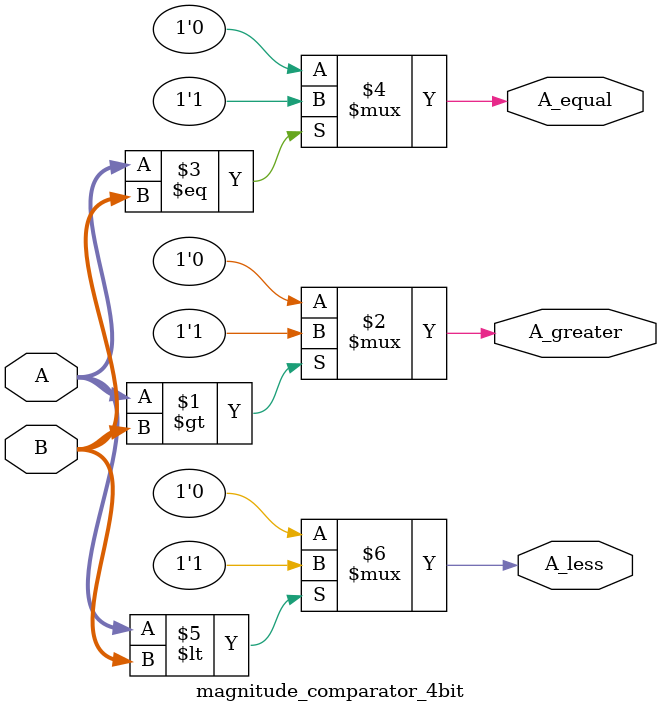
<source format=v>
module magnitude_comparator_4bit(
    input [3:0] A,
    input [3:0] B,
    output A_greater,
    output A_equal,
    output A_less
);

assign A_greater = (A > B) ? 1'b1 : 1'b0;
assign A_equal = (A == B) ? 1'b1 : 1'b0;
assign A_less = (A < B) ? 1'b1 : 1'b0;

endmodule

</source>
